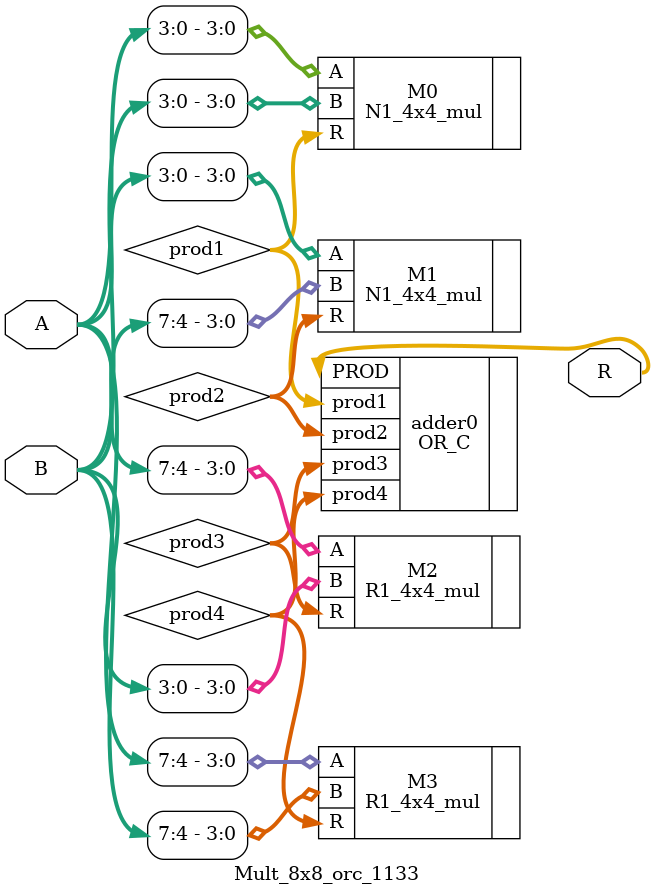
<source format=v>
module Mult_8x8_orc_1133(
input [7:0] A,
input [7:0] B,
output [15:0]R
);
wire [7:0]prod1;
wire [7:0]prod2;
wire [7:0]prod3;
wire [7:0]prod4;

N1_4x4_mul M0(.A(A[3:0]),.B(B[3:0]),.R(prod1));
N1_4x4_mul M1(.A(A[3:0]),.B(B[7:4]),.R(prod2));
R1_4x4_mul M2(.A(A[7:4]),.B(B[3:0]),.R(prod3));
R1_4x4_mul M3(.A(A[7:4]),.B(B[7:4]),.R(prod4));
OR_C adder0(.prod1(prod1),.prod2(prod2),.prod3(prod3),.prod4(prod4),.PROD(R));
endmodule

</source>
